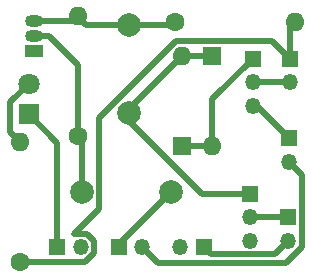
<source format=gbr>
%TF.GenerationSoftware,KiCad,Pcbnew,(5.1.6)-1*%
%TF.CreationDate,2020-10-05T12:39:47-05:00*%
%TF.ProjectId,Distortion,44697374-6f72-4746-996f-6e2e6b696361,rev?*%
%TF.SameCoordinates,Original*%
%TF.FileFunction,Copper,L1,Top*%
%TF.FilePolarity,Positive*%
%FSLAX46Y46*%
G04 Gerber Fmt 4.6, Leading zero omitted, Abs format (unit mm)*
G04 Created by KiCad (PCBNEW (5.1.6)-1) date 2020-10-05 12:39:47*
%MOMM*%
%LPD*%
G01*
G04 APERTURE LIST*
%TA.AperFunction,ComponentPad*%
%ADD10O,1.350000X1.350000*%
%TD*%
%TA.AperFunction,ComponentPad*%
%ADD11R,1.350000X1.350000*%
%TD*%
%TA.AperFunction,ComponentPad*%
%ADD12C,2.000000*%
%TD*%
%TA.AperFunction,ComponentPad*%
%ADD13R,1.600000X1.600000*%
%TD*%
%TA.AperFunction,ComponentPad*%
%ADD14O,1.600000X1.600000*%
%TD*%
%TA.AperFunction,ComponentPad*%
%ADD15O,1.500000X1.050000*%
%TD*%
%TA.AperFunction,ComponentPad*%
%ADD16R,1.500000X1.050000*%
%TD*%
%TA.AperFunction,ComponentPad*%
%ADD17C,1.600000*%
%TD*%
%TA.AperFunction,ComponentPad*%
%ADD18R,1.800000X1.800000*%
%TD*%
%TA.AperFunction,ComponentPad*%
%ADD19C,1.800000*%
%TD*%
%TA.AperFunction,Conductor*%
%ADD20C,0.500000*%
%TD*%
G04 APERTURE END LIST*
D10*
%TO.P,Pot2,3*%
%TO.N,GND*%
X144068800Y-105396800D03*
%TO.P,Pot2,2*%
%TO.N,Net-(Pot2-Pad2)*%
X144068800Y-103396800D03*
D11*
%TO.P,Pot2,1*%
%TO.N,Net-(C2-Pad1)*%
X144068800Y-101396800D03*
%TD*%
%TO.P,BT1,1*%
%TO.N,Net-(BT1-Pad1)*%
X147447000Y-89966800D03*
D10*
%TO.P,BT1,2*%
%TO.N,Net-(BT1-Pad2)*%
X147447000Y-91966800D03*
%TD*%
D12*
%TO.P,C1,2*%
%TO.N,Net-(C1-Pad2)*%
X137395600Y-101244400D03*
%TO.P,C1,1*%
%TO.N,Net-(C1-Pad1)*%
X129895600Y-101244400D03*
%TD*%
%TO.P,C2,1*%
%TO.N,Net-(C2-Pad1)*%
X133883400Y-94564200D03*
%TO.P,C2,2*%
%TO.N,Net-(C2-Pad2)*%
X133883400Y-87064200D03*
%TD*%
D13*
%TO.P,D1,1*%
%TO.N,Net-(C2-Pad1)*%
X140919200Y-89712800D03*
D14*
%TO.P,D1,2*%
%TO.N,GND*%
X140919200Y-97332800D03*
%TD*%
%TO.P,D2,2*%
%TO.N,Net-(C2-Pad1)*%
X138379200Y-89712800D03*
D13*
%TO.P,D2,1*%
%TO.N,GND*%
X138379200Y-97332800D03*
%TD*%
D11*
%TO.P,J1,1*%
%TO.N,GND*%
X144322800Y-89966800D03*
D10*
%TO.P,J1,2*%
%TO.N,Net-(BT1-Pad2)*%
X144322800Y-91966800D03*
%TO.P,J1,3*%
%TO.N,Net-(J1-Pad3)*%
X144322800Y-93966800D03*
%TD*%
D11*
%TO.P,J2,1*%
%TO.N,Net-(J2-Pad1)*%
X140182600Y-105918000D03*
D10*
%TO.P,J2,2*%
%TO.N,GND*%
X138182600Y-105918000D03*
%TD*%
D15*
%TO.P,Q1,2*%
%TO.N,Net-(C1-Pad1)*%
X125831600Y-88036400D03*
%TO.P,Q1,3*%
%TO.N,Net-(C2-Pad2)*%
X125831600Y-86766400D03*
D16*
%TO.P,Q1,1*%
%TO.N,GND*%
X125831600Y-89306400D03*
%TD*%
D14*
%TO.P,R1,2*%
%TO.N,Net-(C2-Pad2)*%
X129540000Y-86360000D03*
D17*
%TO.P,R1,1*%
%TO.N,Net-(C1-Pad1)*%
X129540000Y-96520000D03*
%TD*%
%TO.P,R2,1*%
%TO.N,Net-(C2-Pad2)*%
X137769600Y-86817200D03*
D14*
%TO.P,R2,2*%
%TO.N,Net-(BT1-Pad1)*%
X147929600Y-86817200D03*
%TD*%
D11*
%TO.P,Pot1,1*%
%TO.N,Net-(C1-Pad2)*%
X132969000Y-105892600D03*
D10*
%TO.P,Pot1,2*%
%TO.N,Net-(Pot1-Pad2)*%
X134969000Y-105892600D03*
%TD*%
%TO.P,SW1,2*%
%TO.N,Net-(Pot1-Pad2)*%
X147370800Y-98672400D03*
D11*
%TO.P,SW1,1*%
%TO.N,Net-(J1-Pad3)*%
X147370800Y-96672400D03*
%TD*%
D10*
%TO.P,SW2,2*%
%TO.N,Net-(J2-Pad1)*%
X147345400Y-105378000D03*
D11*
%TO.P,SW2,1*%
%TO.N,Net-(Pot2-Pad2)*%
X147345400Y-103378000D03*
%TD*%
D18*
%TO.P,D3,1*%
%TO.N,Net-(D3-Pad1)*%
X125349000Y-94640400D03*
D19*
%TO.P,D3,2*%
%TO.N,Net-(D3-Pad2)*%
X125349000Y-92100400D03*
%TD*%
D17*
%TO.P,R3,1*%
%TO.N,Net-(BT1-Pad1)*%
X124612400Y-107162600D03*
D14*
%TO.P,R3,2*%
%TO.N,Net-(D3-Pad2)*%
X124612400Y-97002600D03*
%TD*%
D11*
%TO.P,SW3,1*%
%TO.N,Net-(D3-Pad1)*%
X127762000Y-105892600D03*
D10*
%TO.P,SW3,2*%
%TO.N,GND*%
X129762000Y-105892600D03*
%TD*%
D20*
%TO.N,Net-(BT1-Pad1)*%
X147447000Y-87299800D02*
X147929600Y-86817200D01*
X147447000Y-89966800D02*
X147447000Y-87299800D01*
X130887001Y-106432601D02*
X130157002Y-107162600D01*
X130302001Y-104767599D02*
X130887001Y-105352599D01*
X129221999Y-104767599D02*
X130302001Y-104767599D01*
X131345601Y-102643997D02*
X129221999Y-104767599D01*
X130887001Y-105352599D02*
X130887001Y-106432601D01*
X131345601Y-94955997D02*
X131345601Y-102643997D01*
X130157002Y-107162600D02*
X124612400Y-107162600D01*
X145942999Y-88462799D02*
X137838799Y-88462799D01*
X137838799Y-88462799D02*
X131345601Y-94955997D01*
X147447000Y-89966800D02*
X145942999Y-88462799D01*
%TO.N,Net-(BT1-Pad2)*%
X144322800Y-91966800D02*
X147447000Y-91966800D01*
%TO.N,Net-(C1-Pad2)*%
X132969000Y-105671000D02*
X132969000Y-105892600D01*
X137395600Y-101244400D02*
X132969000Y-105671000D01*
%TO.N,Net-(C1-Pad1)*%
X129540000Y-90494800D02*
X129540000Y-96520000D01*
X127081600Y-88036400D02*
X129540000Y-90494800D01*
X125831600Y-88036400D02*
X127081600Y-88036400D01*
X129895600Y-96875600D02*
X129540000Y-96520000D01*
X129895600Y-101244400D02*
X129895600Y-96875600D01*
%TO.N,Net-(C2-Pad1)*%
X133883400Y-95247002D02*
X140033198Y-101396800D01*
X140033198Y-101396800D02*
X144068800Y-101396800D01*
X133883400Y-94564200D02*
X133883400Y-95247002D01*
X138379200Y-89712800D02*
X140919200Y-89712800D01*
X133883400Y-94208600D02*
X133883400Y-94564200D01*
X138379200Y-89712800D02*
X133883400Y-94208600D01*
%TO.N,Net-(C2-Pad2)*%
X137522600Y-87064200D02*
X137769600Y-86817200D01*
X133883400Y-87064200D02*
X137522600Y-87064200D01*
X130244200Y-87064200D02*
X129540000Y-86360000D01*
X133883400Y-87064200D02*
X130244200Y-87064200D01*
X129133600Y-86766400D02*
X129540000Y-86360000D01*
X125831600Y-86766400D02*
X129133600Y-86766400D01*
%TO.N,GND*%
X138379200Y-97332800D02*
X140919200Y-97332800D01*
X140919200Y-93370400D02*
X144322800Y-89966800D01*
X140919200Y-97332800D02*
X140919200Y-93370400D01*
%TO.N,Net-(J1-Pad3)*%
X144665200Y-93966800D02*
X147370800Y-96672400D01*
X144322800Y-93966800D02*
X144665200Y-93966800D01*
%TO.N,Net-(J2-Pad1)*%
X140786401Y-106521801D02*
X140182600Y-105918000D01*
X146201599Y-106521801D02*
X140786401Y-106521801D01*
X147345400Y-105378000D02*
X146201599Y-106521801D01*
%TO.N,Net-(Pot1-Pad2)*%
X136298211Y-107221811D02*
X134969000Y-105892600D01*
X147166591Y-107221811D02*
X136298211Y-107221811D01*
X148470401Y-99772001D02*
X148470401Y-105918001D01*
X148470401Y-105918001D02*
X147166591Y-107221811D01*
X147370800Y-98672400D02*
X148470401Y-99772001D01*
%TO.N,Net-(Pot2-Pad2)*%
X147326600Y-103396800D02*
X147345400Y-103378000D01*
X144068800Y-103396800D02*
X147326600Y-103396800D01*
%TO.N,Net-(D3-Pad1)*%
X127762000Y-97053400D02*
X127762000Y-105892600D01*
X125349000Y-94640400D02*
X127762000Y-97053400D01*
%TO.N,Net-(D3-Pad2)*%
X123812401Y-93636999D02*
X125349000Y-92100400D01*
X123812401Y-96202601D02*
X123812401Y-93636999D01*
X124612400Y-97002600D02*
X123812401Y-96202601D01*
%TD*%
M02*

</source>
